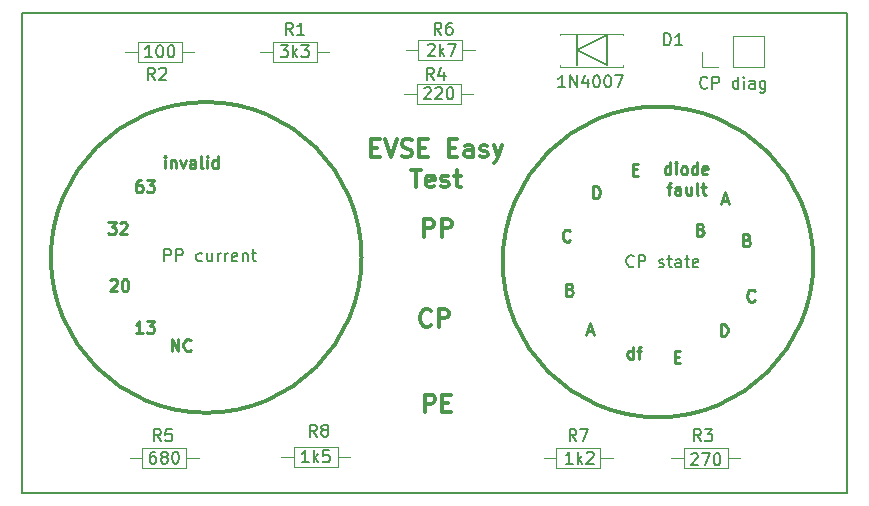
<source format=gbr>
G04 #@! TF.GenerationSoftware,KiCad,Pcbnew,5.0.1-33cea8e~68~ubuntu16.04.1*
G04 #@! TF.CreationDate,2018-12-21T13:37:05+01:00*
G04 #@! TF.ProjectId,EVSE-Easy-Test,455653452D456173792D546573742E6B,rev?*
G04 #@! TF.SameCoordinates,Original*
G04 #@! TF.FileFunction,Legend,Top*
G04 #@! TF.FilePolarity,Positive*
%FSLAX46Y46*%
G04 Gerber Fmt 4.6, Leading zero omitted, Abs format (unit mm)*
G04 Created by KiCad (PCBNEW 5.0.1-33cea8e~68~ubuntu16.04.1) date Fr 21 Dez 2018 13:37:05 CET*
%MOMM*%
%LPD*%
G01*
G04 APERTURE LIST*
%ADD10C,0.250000*%
%ADD11C,0.300000*%
%ADD12C,0.200000*%
%ADD13C,0.120000*%
%ADD14C,0.150000*%
G04 APERTURE END LIST*
D10*
X87066428Y-64063571D02*
X87209285Y-64111190D01*
X87256904Y-64158809D01*
X87304523Y-64254047D01*
X87304523Y-64396904D01*
X87256904Y-64492142D01*
X87209285Y-64539761D01*
X87114047Y-64587380D01*
X86733095Y-64587380D01*
X86733095Y-63587380D01*
X87066428Y-63587380D01*
X87161666Y-63635000D01*
X87209285Y-63682619D01*
X87256904Y-63777857D01*
X87256904Y-63873095D01*
X87209285Y-63968333D01*
X87161666Y-64015952D01*
X87066428Y-64063571D01*
X86733095Y-64063571D01*
X95543857Y-54314380D02*
X95543857Y-53314380D01*
X95543857Y-54266761D02*
X95448619Y-54314380D01*
X95258142Y-54314380D01*
X95162904Y-54266761D01*
X95115285Y-54219142D01*
X95067666Y-54123904D01*
X95067666Y-53838190D01*
X95115285Y-53742952D01*
X95162904Y-53695333D01*
X95258142Y-53647714D01*
X95448619Y-53647714D01*
X95543857Y-53695333D01*
X96020047Y-54314380D02*
X96020047Y-53647714D01*
X96020047Y-53314380D02*
X95972428Y-53362000D01*
X96020047Y-53409619D01*
X96067666Y-53362000D01*
X96020047Y-53314380D01*
X96020047Y-53409619D01*
X96639095Y-54314380D02*
X96543857Y-54266761D01*
X96496238Y-54219142D01*
X96448619Y-54123904D01*
X96448619Y-53838190D01*
X96496238Y-53742952D01*
X96543857Y-53695333D01*
X96639095Y-53647714D01*
X96781952Y-53647714D01*
X96877190Y-53695333D01*
X96924809Y-53742952D01*
X96972428Y-53838190D01*
X96972428Y-54123904D01*
X96924809Y-54219142D01*
X96877190Y-54266761D01*
X96781952Y-54314380D01*
X96639095Y-54314380D01*
X97829571Y-54314380D02*
X97829571Y-53314380D01*
X97829571Y-54266761D02*
X97734333Y-54314380D01*
X97543857Y-54314380D01*
X97448619Y-54266761D01*
X97401000Y-54219142D01*
X97353380Y-54123904D01*
X97353380Y-53838190D01*
X97401000Y-53742952D01*
X97448619Y-53695333D01*
X97543857Y-53647714D01*
X97734333Y-53647714D01*
X97829571Y-53695333D01*
X98686714Y-54266761D02*
X98591476Y-54314380D01*
X98401000Y-54314380D01*
X98305761Y-54266761D01*
X98258142Y-54171523D01*
X98258142Y-53790571D01*
X98305761Y-53695333D01*
X98401000Y-53647714D01*
X98591476Y-53647714D01*
X98686714Y-53695333D01*
X98734333Y-53790571D01*
X98734333Y-53885809D01*
X98258142Y-53981047D01*
X95258142Y-55397714D02*
X95639095Y-55397714D01*
X95401000Y-56064380D02*
X95401000Y-55207238D01*
X95448619Y-55112000D01*
X95543857Y-55064380D01*
X95639095Y-55064380D01*
X96401000Y-56064380D02*
X96401000Y-55540571D01*
X96353380Y-55445333D01*
X96258142Y-55397714D01*
X96067666Y-55397714D01*
X95972428Y-55445333D01*
X96401000Y-56016761D02*
X96305761Y-56064380D01*
X96067666Y-56064380D01*
X95972428Y-56016761D01*
X95924809Y-55921523D01*
X95924809Y-55826285D01*
X95972428Y-55731047D01*
X96067666Y-55683428D01*
X96305761Y-55683428D01*
X96401000Y-55635809D01*
X97305761Y-55397714D02*
X97305761Y-56064380D01*
X96877190Y-55397714D02*
X96877190Y-55921523D01*
X96924809Y-56016761D01*
X97020047Y-56064380D01*
X97162904Y-56064380D01*
X97258142Y-56016761D01*
X97305761Y-55969142D01*
X97924809Y-56064380D02*
X97829571Y-56016761D01*
X97781952Y-55921523D01*
X97781952Y-55064380D01*
X98162904Y-55397714D02*
X98543857Y-55397714D01*
X98305761Y-55064380D02*
X98305761Y-55921523D01*
X98353380Y-56016761D01*
X98448619Y-56064380D01*
X98543857Y-56064380D01*
X95924714Y-69778571D02*
X96258047Y-69778571D01*
X96400904Y-70302380D02*
X95924714Y-70302380D01*
X95924714Y-69302380D01*
X96400904Y-69302380D01*
X99814095Y-68016380D02*
X99814095Y-67016380D01*
X100052190Y-67016380D01*
X100195047Y-67064000D01*
X100290285Y-67159238D01*
X100337904Y-67254476D01*
X100385523Y-67444952D01*
X100385523Y-67587809D01*
X100337904Y-67778285D01*
X100290285Y-67873523D01*
X100195047Y-67968761D01*
X100052190Y-68016380D01*
X99814095Y-68016380D01*
X102671523Y-65000142D02*
X102623904Y-65047761D01*
X102481047Y-65095380D01*
X102385809Y-65095380D01*
X102242952Y-65047761D01*
X102147714Y-64952523D01*
X102100095Y-64857285D01*
X102052476Y-64666809D01*
X102052476Y-64523952D01*
X102100095Y-64333476D01*
X102147714Y-64238238D01*
X102242952Y-64143000D01*
X102385809Y-64095380D01*
X102481047Y-64095380D01*
X102623904Y-64143000D01*
X102671523Y-64190619D01*
X98115428Y-58983571D02*
X98258285Y-59031190D01*
X98305904Y-59078809D01*
X98353523Y-59174047D01*
X98353523Y-59316904D01*
X98305904Y-59412142D01*
X98258285Y-59459761D01*
X98163047Y-59507380D01*
X97782095Y-59507380D01*
X97782095Y-58507380D01*
X98115428Y-58507380D01*
X98210666Y-58555000D01*
X98258285Y-58602619D01*
X98305904Y-58697857D01*
X98305904Y-58793095D01*
X98258285Y-58888333D01*
X98210666Y-58935952D01*
X98115428Y-58983571D01*
X97782095Y-58983571D01*
X99964904Y-56554666D02*
X100441095Y-56554666D01*
X99869666Y-56840380D02*
X100203000Y-55840380D01*
X100536333Y-56840380D01*
X92384571Y-69921380D02*
X92384571Y-68921380D01*
X92384571Y-69873761D02*
X92289333Y-69921380D01*
X92098857Y-69921380D01*
X92003619Y-69873761D01*
X91956000Y-69826142D01*
X91908380Y-69730904D01*
X91908380Y-69445190D01*
X91956000Y-69349952D01*
X92003619Y-69302333D01*
X92098857Y-69254714D01*
X92289333Y-69254714D01*
X92384571Y-69302333D01*
X92717904Y-69254714D02*
X93098857Y-69254714D01*
X92860761Y-69921380D02*
X92860761Y-69064238D01*
X92908380Y-68969000D01*
X93003619Y-68921380D01*
X93098857Y-68921380D01*
X92368714Y-53903571D02*
X92702047Y-53903571D01*
X92844904Y-54427380D02*
X92368714Y-54427380D01*
X92368714Y-53427380D01*
X92844904Y-53427380D01*
X89019095Y-56332380D02*
X89019095Y-55332380D01*
X89257190Y-55332380D01*
X89400047Y-55380000D01*
X89495285Y-55475238D01*
X89542904Y-55570476D01*
X89590523Y-55760952D01*
X89590523Y-55903809D01*
X89542904Y-56094285D01*
X89495285Y-56189523D01*
X89400047Y-56284761D01*
X89257190Y-56332380D01*
X89019095Y-56332380D01*
X87050523Y-59920142D02*
X87002904Y-59967761D01*
X86860047Y-60015380D01*
X86764809Y-60015380D01*
X86621952Y-59967761D01*
X86526714Y-59872523D01*
X86479095Y-59777285D01*
X86431476Y-59586809D01*
X86431476Y-59443952D01*
X86479095Y-59253476D01*
X86526714Y-59158238D01*
X86621952Y-59063000D01*
X86764809Y-59015380D01*
X86860047Y-59015380D01*
X87002904Y-59063000D01*
X87050523Y-59110619D01*
X102052428Y-59872571D02*
X102195285Y-59920190D01*
X102242904Y-59967809D01*
X102290523Y-60063047D01*
X102290523Y-60205904D01*
X102242904Y-60301142D01*
X102195285Y-60348761D01*
X102100047Y-60396380D01*
X101719095Y-60396380D01*
X101719095Y-59396380D01*
X102052428Y-59396380D01*
X102147666Y-59444000D01*
X102195285Y-59491619D01*
X102242904Y-59586857D01*
X102242904Y-59682095D01*
X102195285Y-59777333D01*
X102147666Y-59824952D01*
X102052428Y-59872571D01*
X101719095Y-59872571D01*
X88534904Y-67603666D02*
X89011095Y-67603666D01*
X88439666Y-67889380D02*
X88773000Y-66889380D01*
X89106333Y-67889380D01*
X52752904Y-53792380D02*
X52752904Y-53125714D01*
X52752904Y-52792380D02*
X52705285Y-52840000D01*
X52752904Y-52887619D01*
X52800523Y-52840000D01*
X52752904Y-52792380D01*
X52752904Y-52887619D01*
X53229095Y-53125714D02*
X53229095Y-53792380D01*
X53229095Y-53220952D02*
X53276714Y-53173333D01*
X53371952Y-53125714D01*
X53514809Y-53125714D01*
X53610047Y-53173333D01*
X53657666Y-53268571D01*
X53657666Y-53792380D01*
X54038619Y-53125714D02*
X54276714Y-53792380D01*
X54514809Y-53125714D01*
X55324333Y-53792380D02*
X55324333Y-53268571D01*
X55276714Y-53173333D01*
X55181476Y-53125714D01*
X54991000Y-53125714D01*
X54895761Y-53173333D01*
X55324333Y-53744761D02*
X55229095Y-53792380D01*
X54991000Y-53792380D01*
X54895761Y-53744761D01*
X54848142Y-53649523D01*
X54848142Y-53554285D01*
X54895761Y-53459047D01*
X54991000Y-53411428D01*
X55229095Y-53411428D01*
X55324333Y-53363809D01*
X55943380Y-53792380D02*
X55848142Y-53744761D01*
X55800523Y-53649523D01*
X55800523Y-52792380D01*
X56324333Y-53792380D02*
X56324333Y-53125714D01*
X56324333Y-52792380D02*
X56276714Y-52840000D01*
X56324333Y-52887619D01*
X56371952Y-52840000D01*
X56324333Y-52792380D01*
X56324333Y-52887619D01*
X57229095Y-53792380D02*
X57229095Y-52792380D01*
X57229095Y-53744761D02*
X57133857Y-53792380D01*
X56943380Y-53792380D01*
X56848142Y-53744761D01*
X56800523Y-53697142D01*
X56752904Y-53601904D01*
X56752904Y-53316190D01*
X56800523Y-53220952D01*
X56848142Y-53173333D01*
X56943380Y-53125714D01*
X57133857Y-53125714D01*
X57229095Y-53173333D01*
X50768285Y-54824380D02*
X50577809Y-54824380D01*
X50482571Y-54872000D01*
X50434952Y-54919619D01*
X50339714Y-55062476D01*
X50292095Y-55252952D01*
X50292095Y-55633904D01*
X50339714Y-55729142D01*
X50387333Y-55776761D01*
X50482571Y-55824380D01*
X50673047Y-55824380D01*
X50768285Y-55776761D01*
X50815904Y-55729142D01*
X50863523Y-55633904D01*
X50863523Y-55395809D01*
X50815904Y-55300571D01*
X50768285Y-55252952D01*
X50673047Y-55205333D01*
X50482571Y-55205333D01*
X50387333Y-55252952D01*
X50339714Y-55300571D01*
X50292095Y-55395809D01*
X51196857Y-54824380D02*
X51815904Y-54824380D01*
X51482571Y-55205333D01*
X51625428Y-55205333D01*
X51720666Y-55252952D01*
X51768285Y-55300571D01*
X51815904Y-55395809D01*
X51815904Y-55633904D01*
X51768285Y-55729142D01*
X51720666Y-55776761D01*
X51625428Y-55824380D01*
X51339714Y-55824380D01*
X51244476Y-55776761D01*
X51196857Y-55729142D01*
X47958476Y-58380380D02*
X48577523Y-58380380D01*
X48244190Y-58761333D01*
X48387047Y-58761333D01*
X48482285Y-58808952D01*
X48529904Y-58856571D01*
X48577523Y-58951809D01*
X48577523Y-59189904D01*
X48529904Y-59285142D01*
X48482285Y-59332761D01*
X48387047Y-59380380D01*
X48101333Y-59380380D01*
X48006095Y-59332761D01*
X47958476Y-59285142D01*
X48958476Y-58475619D02*
X49006095Y-58428000D01*
X49101333Y-58380380D01*
X49339428Y-58380380D01*
X49434666Y-58428000D01*
X49482285Y-58475619D01*
X49529904Y-58570857D01*
X49529904Y-58666095D01*
X49482285Y-58808952D01*
X48910857Y-59380380D01*
X49529904Y-59380380D01*
X48133095Y-63301619D02*
X48180714Y-63254000D01*
X48275952Y-63206380D01*
X48514047Y-63206380D01*
X48609285Y-63254000D01*
X48656904Y-63301619D01*
X48704523Y-63396857D01*
X48704523Y-63492095D01*
X48656904Y-63634952D01*
X48085476Y-64206380D01*
X48704523Y-64206380D01*
X49323571Y-63206380D02*
X49418809Y-63206380D01*
X49514047Y-63254000D01*
X49561666Y-63301619D01*
X49609285Y-63396857D01*
X49656904Y-63587333D01*
X49656904Y-63825428D01*
X49609285Y-64015904D01*
X49561666Y-64111142D01*
X49514047Y-64158761D01*
X49418809Y-64206380D01*
X49323571Y-64206380D01*
X49228333Y-64158761D01*
X49180714Y-64111142D01*
X49133095Y-64015904D01*
X49085476Y-63825428D01*
X49085476Y-63587333D01*
X49133095Y-63396857D01*
X49180714Y-63301619D01*
X49228333Y-63254000D01*
X49323571Y-63206380D01*
X50863523Y-67762380D02*
X50292095Y-67762380D01*
X50577809Y-67762380D02*
X50577809Y-66762380D01*
X50482571Y-66905238D01*
X50387333Y-67000476D01*
X50292095Y-67048095D01*
X51196857Y-66762380D02*
X51815904Y-66762380D01*
X51482571Y-67143333D01*
X51625428Y-67143333D01*
X51720666Y-67190952D01*
X51768285Y-67238571D01*
X51815904Y-67333809D01*
X51815904Y-67571904D01*
X51768285Y-67667142D01*
X51720666Y-67714761D01*
X51625428Y-67762380D01*
X51339714Y-67762380D01*
X51244476Y-67714761D01*
X51196857Y-67667142D01*
X53316285Y-69286380D02*
X53316285Y-68286380D01*
X53887714Y-69286380D01*
X53887714Y-68286380D01*
X54935333Y-69191142D02*
X54887714Y-69238761D01*
X54744857Y-69286380D01*
X54649619Y-69286380D01*
X54506761Y-69238761D01*
X54411523Y-69143523D01*
X54363904Y-69048285D01*
X54316285Y-68857809D01*
X54316285Y-68714952D01*
X54363904Y-68524476D01*
X54411523Y-68429238D01*
X54506761Y-68334000D01*
X54649619Y-68286380D01*
X54744857Y-68286380D01*
X54887714Y-68334000D01*
X54935333Y-68381619D01*
D11*
X74747571Y-74465571D02*
X74747571Y-72965571D01*
X75319000Y-72965571D01*
X75461857Y-73037000D01*
X75533285Y-73108428D01*
X75604714Y-73251285D01*
X75604714Y-73465571D01*
X75533285Y-73608428D01*
X75461857Y-73679857D01*
X75319000Y-73751285D01*
X74747571Y-73751285D01*
X76247571Y-73679857D02*
X76747571Y-73679857D01*
X76961857Y-74465571D02*
X76247571Y-74465571D01*
X76247571Y-72965571D01*
X76961857Y-72965571D01*
X75279285Y-67083714D02*
X75207857Y-67155142D01*
X74993571Y-67226571D01*
X74850714Y-67226571D01*
X74636428Y-67155142D01*
X74493571Y-67012285D01*
X74422142Y-66869428D01*
X74350714Y-66583714D01*
X74350714Y-66369428D01*
X74422142Y-66083714D01*
X74493571Y-65940857D01*
X74636428Y-65798000D01*
X74850714Y-65726571D01*
X74993571Y-65726571D01*
X75207857Y-65798000D01*
X75279285Y-65869428D01*
X75922142Y-67226571D02*
X75922142Y-65726571D01*
X76493571Y-65726571D01*
X76636428Y-65798000D01*
X76707857Y-65869428D01*
X76779285Y-66012285D01*
X76779285Y-66226571D01*
X76707857Y-66369428D01*
X76636428Y-66440857D01*
X76493571Y-66512285D01*
X75922142Y-66512285D01*
X74676142Y-59606571D02*
X74676142Y-58106571D01*
X75247571Y-58106571D01*
X75390428Y-58178000D01*
X75461857Y-58249428D01*
X75533285Y-58392285D01*
X75533285Y-58606571D01*
X75461857Y-58749428D01*
X75390428Y-58820857D01*
X75247571Y-58892285D01*
X74676142Y-58892285D01*
X76176142Y-59606571D02*
X76176142Y-58106571D01*
X76747571Y-58106571D01*
X76890428Y-58178000D01*
X76961857Y-58249428D01*
X77033285Y-58392285D01*
X77033285Y-58606571D01*
X76961857Y-58749428D01*
X76890428Y-58820857D01*
X76747571Y-58892285D01*
X76176142Y-58892285D01*
X70227714Y-52084857D02*
X70727714Y-52084857D01*
X70942000Y-52870571D02*
X70227714Y-52870571D01*
X70227714Y-51370571D01*
X70942000Y-51370571D01*
X71370571Y-51370571D02*
X71870571Y-52870571D01*
X72370571Y-51370571D01*
X72799142Y-52799142D02*
X73013428Y-52870571D01*
X73370571Y-52870571D01*
X73513428Y-52799142D01*
X73584857Y-52727714D01*
X73656285Y-52584857D01*
X73656285Y-52442000D01*
X73584857Y-52299142D01*
X73513428Y-52227714D01*
X73370571Y-52156285D01*
X73084857Y-52084857D01*
X72942000Y-52013428D01*
X72870571Y-51942000D01*
X72799142Y-51799142D01*
X72799142Y-51656285D01*
X72870571Y-51513428D01*
X72942000Y-51442000D01*
X73084857Y-51370571D01*
X73442000Y-51370571D01*
X73656285Y-51442000D01*
X74299142Y-52084857D02*
X74799142Y-52084857D01*
X75013428Y-52870571D02*
X74299142Y-52870571D01*
X74299142Y-51370571D01*
X75013428Y-51370571D01*
X76799142Y-52084857D02*
X77299142Y-52084857D01*
X77513428Y-52870571D02*
X76799142Y-52870571D01*
X76799142Y-51370571D01*
X77513428Y-51370571D01*
X78799142Y-52870571D02*
X78799142Y-52084857D01*
X78727714Y-51942000D01*
X78584857Y-51870571D01*
X78299142Y-51870571D01*
X78156285Y-51942000D01*
X78799142Y-52799142D02*
X78656285Y-52870571D01*
X78299142Y-52870571D01*
X78156285Y-52799142D01*
X78084857Y-52656285D01*
X78084857Y-52513428D01*
X78156285Y-52370571D01*
X78299142Y-52299142D01*
X78656285Y-52299142D01*
X78799142Y-52227714D01*
X79442000Y-52799142D02*
X79584857Y-52870571D01*
X79870571Y-52870571D01*
X80013428Y-52799142D01*
X80084857Y-52656285D01*
X80084857Y-52584857D01*
X80013428Y-52442000D01*
X79870571Y-52370571D01*
X79656285Y-52370571D01*
X79513428Y-52299142D01*
X79442000Y-52156285D01*
X79442000Y-52084857D01*
X79513428Y-51942000D01*
X79656285Y-51870571D01*
X79870571Y-51870571D01*
X80013428Y-51942000D01*
X80584857Y-51870571D02*
X80942000Y-52870571D01*
X81299142Y-51870571D02*
X80942000Y-52870571D01*
X80799142Y-53227714D01*
X80727714Y-53299142D01*
X80584857Y-53370571D01*
X73584857Y-53920571D02*
X74442000Y-53920571D01*
X74013428Y-55420571D02*
X74013428Y-53920571D01*
X75513428Y-55349142D02*
X75370571Y-55420571D01*
X75084857Y-55420571D01*
X74942000Y-55349142D01*
X74870571Y-55206285D01*
X74870571Y-54634857D01*
X74942000Y-54492000D01*
X75084857Y-54420571D01*
X75370571Y-54420571D01*
X75513428Y-54492000D01*
X75584857Y-54634857D01*
X75584857Y-54777714D01*
X74870571Y-54920571D01*
X76156285Y-55349142D02*
X76299142Y-55420571D01*
X76584857Y-55420571D01*
X76727714Y-55349142D01*
X76799142Y-55206285D01*
X76799142Y-55134857D01*
X76727714Y-54992000D01*
X76584857Y-54920571D01*
X76370571Y-54920571D01*
X76227714Y-54849142D01*
X76156285Y-54706285D01*
X76156285Y-54634857D01*
X76227714Y-54492000D01*
X76370571Y-54420571D01*
X76584857Y-54420571D01*
X76727714Y-54492000D01*
X77227714Y-54420571D02*
X77799142Y-54420571D01*
X77442000Y-53920571D02*
X77442000Y-55206285D01*
X77513428Y-55349142D01*
X77656285Y-55420571D01*
X77799142Y-55420571D01*
D12*
X40640000Y-40640000D02*
X110490000Y-40640000D01*
X110490000Y-40640000D02*
X110490000Y-81280000D01*
X40640000Y-40640000D02*
X40640000Y-81280000D01*
X40640000Y-81280000D02*
X110490000Y-81280000D01*
D11*
G04 #@! TO.C,SW1*
X69397000Y-61355000D02*
G75*
G03X69397000Y-61355000I-13150000J0D01*
G01*
G04 #@! TO.C,SW2*
X107652000Y-61736000D02*
G75*
G03X107652000Y-61736000I-13150000J0D01*
G01*
D13*
G04 #@! TO.C,D1*
X91560000Y-45095000D02*
X91560000Y-45225000D01*
X91560000Y-45225000D02*
X86240000Y-45225000D01*
X86240000Y-45225000D02*
X86240000Y-45095000D01*
X91560000Y-42535000D02*
X91560000Y-42405000D01*
X91560000Y-42405000D02*
X86240000Y-42405000D01*
X86240000Y-42405000D02*
X86240000Y-42535000D01*
D14*
X87630000Y-43815000D02*
X90170000Y-45085000D01*
X90170000Y-45085000D02*
X90170000Y-42545000D01*
X90170000Y-42545000D02*
X87630000Y-43815000D01*
X87630000Y-45085000D02*
X87630000Y-42545000D01*
D13*
G04 #@! TO.C,J2*
X103438000Y-45272000D02*
X103438000Y-42612000D01*
X100838000Y-45272000D02*
X103438000Y-45272000D01*
X100838000Y-42612000D02*
X103438000Y-42612000D01*
X100838000Y-45272000D02*
X100838000Y-42612000D01*
X99568000Y-45272000D02*
X98238000Y-45272000D01*
X98238000Y-45272000D02*
X98238000Y-43942000D01*
G04 #@! TO.C,R1*
X65614000Y-44802000D02*
X65614000Y-43082000D01*
X65614000Y-43082000D02*
X61894000Y-43082000D01*
X61894000Y-43082000D02*
X61894000Y-44802000D01*
X61894000Y-44802000D02*
X65614000Y-44802000D01*
X66684000Y-43942000D02*
X65614000Y-43942000D01*
X60824000Y-43942000D02*
X61894000Y-43942000D01*
G04 #@! TO.C,R2*
X54184000Y-44802000D02*
X54184000Y-43082000D01*
X54184000Y-43082000D02*
X50464000Y-43082000D01*
X50464000Y-43082000D02*
X50464000Y-44802000D01*
X50464000Y-44802000D02*
X54184000Y-44802000D01*
X55254000Y-43942000D02*
X54184000Y-43942000D01*
X49394000Y-43942000D02*
X50464000Y-43942000D01*
G04 #@! TO.C,R3*
X96692000Y-77499000D02*
X96692000Y-79219000D01*
X96692000Y-79219000D02*
X100412000Y-79219000D01*
X100412000Y-79219000D02*
X100412000Y-77499000D01*
X100412000Y-77499000D02*
X96692000Y-77499000D01*
X95622000Y-78359000D02*
X96692000Y-78359000D01*
X101482000Y-78359000D02*
X100412000Y-78359000D01*
G04 #@! TO.C,R4*
X73016000Y-47498000D02*
X74086000Y-47498000D01*
X78876000Y-47498000D02*
X77806000Y-47498000D01*
X74086000Y-48358000D02*
X77806000Y-48358000D01*
X74086000Y-46638000D02*
X74086000Y-48358000D01*
X77806000Y-46638000D02*
X74086000Y-46638000D01*
X77806000Y-48358000D02*
X77806000Y-46638000D01*
G04 #@! TO.C,R5*
X54565000Y-79219000D02*
X54565000Y-77499000D01*
X54565000Y-77499000D02*
X50845000Y-77499000D01*
X50845000Y-77499000D02*
X50845000Y-79219000D01*
X50845000Y-79219000D02*
X54565000Y-79219000D01*
X55635000Y-78359000D02*
X54565000Y-78359000D01*
X49775000Y-78359000D02*
X50845000Y-78359000D01*
G04 #@! TO.C,R6*
X79003000Y-43815000D02*
X77933000Y-43815000D01*
X73143000Y-43815000D02*
X74213000Y-43815000D01*
X77933000Y-42955000D02*
X74213000Y-42955000D01*
X77933000Y-44675000D02*
X77933000Y-42955000D01*
X74213000Y-44675000D02*
X77933000Y-44675000D01*
X74213000Y-42955000D02*
X74213000Y-44675000D01*
G04 #@! TO.C,R7*
X90687000Y-78359000D02*
X89617000Y-78359000D01*
X84827000Y-78359000D02*
X85897000Y-78359000D01*
X89617000Y-77499000D02*
X85897000Y-77499000D01*
X89617000Y-79219000D02*
X89617000Y-77499000D01*
X85897000Y-79219000D02*
X89617000Y-79219000D01*
X85897000Y-77499000D02*
X85897000Y-79219000D01*
G04 #@! TO.C,R8*
X62602000Y-78232000D02*
X63672000Y-78232000D01*
X68462000Y-78232000D02*
X67392000Y-78232000D01*
X63672000Y-79092000D02*
X67392000Y-79092000D01*
X63672000Y-77372000D02*
X63672000Y-79092000D01*
X67392000Y-77372000D02*
X63672000Y-77372000D01*
X67392000Y-79092000D02*
X67392000Y-77372000D01*
G04 #@! TO.C,SW1*
D12*
X52705476Y-61666380D02*
X52705476Y-60666380D01*
X53086428Y-60666380D01*
X53181666Y-60714000D01*
X53229285Y-60761619D01*
X53276904Y-60856857D01*
X53276904Y-60999714D01*
X53229285Y-61094952D01*
X53181666Y-61142571D01*
X53086428Y-61190190D01*
X52705476Y-61190190D01*
X53705476Y-61666380D02*
X53705476Y-60666380D01*
X54086428Y-60666380D01*
X54181666Y-60714000D01*
X54229285Y-60761619D01*
X54276904Y-60856857D01*
X54276904Y-60999714D01*
X54229285Y-61094952D01*
X54181666Y-61142571D01*
X54086428Y-61190190D01*
X53705476Y-61190190D01*
X55895952Y-61618761D02*
X55800714Y-61666380D01*
X55610238Y-61666380D01*
X55515000Y-61618761D01*
X55467380Y-61571142D01*
X55419761Y-61475904D01*
X55419761Y-61190190D01*
X55467380Y-61094952D01*
X55515000Y-61047333D01*
X55610238Y-60999714D01*
X55800714Y-60999714D01*
X55895952Y-61047333D01*
X56753095Y-60999714D02*
X56753095Y-61666380D01*
X56324523Y-60999714D02*
X56324523Y-61523523D01*
X56372142Y-61618761D01*
X56467380Y-61666380D01*
X56610238Y-61666380D01*
X56705476Y-61618761D01*
X56753095Y-61571142D01*
X57229285Y-61666380D02*
X57229285Y-60999714D01*
X57229285Y-61190190D02*
X57276904Y-61094952D01*
X57324523Y-61047333D01*
X57419761Y-60999714D01*
X57515000Y-60999714D01*
X57848333Y-61666380D02*
X57848333Y-60999714D01*
X57848333Y-61190190D02*
X57895952Y-61094952D01*
X57943571Y-61047333D01*
X58038809Y-60999714D01*
X58134047Y-60999714D01*
X58848333Y-61618761D02*
X58753095Y-61666380D01*
X58562619Y-61666380D01*
X58467380Y-61618761D01*
X58419761Y-61523523D01*
X58419761Y-61142571D01*
X58467380Y-61047333D01*
X58562619Y-60999714D01*
X58753095Y-60999714D01*
X58848333Y-61047333D01*
X58895952Y-61142571D01*
X58895952Y-61237809D01*
X58419761Y-61333047D01*
X59324523Y-60999714D02*
X59324523Y-61666380D01*
X59324523Y-61094952D02*
X59372142Y-61047333D01*
X59467380Y-60999714D01*
X59610238Y-60999714D01*
X59705476Y-61047333D01*
X59753095Y-61142571D01*
X59753095Y-61666380D01*
X60086428Y-60999714D02*
X60467380Y-60999714D01*
X60229285Y-60666380D02*
X60229285Y-61523523D01*
X60276904Y-61618761D01*
X60372142Y-61666380D01*
X60467380Y-61666380D01*
G04 #@! TO.C,SW2*
X92440428Y-62079142D02*
X92392809Y-62126761D01*
X92249952Y-62174380D01*
X92154714Y-62174380D01*
X92011857Y-62126761D01*
X91916619Y-62031523D01*
X91869000Y-61936285D01*
X91821380Y-61745809D01*
X91821380Y-61602952D01*
X91869000Y-61412476D01*
X91916619Y-61317238D01*
X92011857Y-61222000D01*
X92154714Y-61174380D01*
X92249952Y-61174380D01*
X92392809Y-61222000D01*
X92440428Y-61269619D01*
X92869000Y-62174380D02*
X92869000Y-61174380D01*
X93249952Y-61174380D01*
X93345190Y-61222000D01*
X93392809Y-61269619D01*
X93440428Y-61364857D01*
X93440428Y-61507714D01*
X93392809Y-61602952D01*
X93345190Y-61650571D01*
X93249952Y-61698190D01*
X92869000Y-61698190D01*
X94583285Y-62126761D02*
X94678523Y-62174380D01*
X94869000Y-62174380D01*
X94964238Y-62126761D01*
X95011857Y-62031523D01*
X95011857Y-61983904D01*
X94964238Y-61888666D01*
X94869000Y-61841047D01*
X94726142Y-61841047D01*
X94630904Y-61793428D01*
X94583285Y-61698190D01*
X94583285Y-61650571D01*
X94630904Y-61555333D01*
X94726142Y-61507714D01*
X94869000Y-61507714D01*
X94964238Y-61555333D01*
X95297571Y-61507714D02*
X95678523Y-61507714D01*
X95440428Y-61174380D02*
X95440428Y-62031523D01*
X95488047Y-62126761D01*
X95583285Y-62174380D01*
X95678523Y-62174380D01*
X96440428Y-62174380D02*
X96440428Y-61650571D01*
X96392809Y-61555333D01*
X96297571Y-61507714D01*
X96107095Y-61507714D01*
X96011857Y-61555333D01*
X96440428Y-62126761D02*
X96345190Y-62174380D01*
X96107095Y-62174380D01*
X96011857Y-62126761D01*
X95964238Y-62031523D01*
X95964238Y-61936285D01*
X96011857Y-61841047D01*
X96107095Y-61793428D01*
X96345190Y-61793428D01*
X96440428Y-61745809D01*
X96773761Y-61507714D02*
X97154714Y-61507714D01*
X96916619Y-61174380D02*
X96916619Y-62031523D01*
X96964238Y-62126761D01*
X97059476Y-62174380D01*
X97154714Y-62174380D01*
X97869000Y-62126761D02*
X97773761Y-62174380D01*
X97583285Y-62174380D01*
X97488047Y-62126761D01*
X97440428Y-62031523D01*
X97440428Y-61650571D01*
X97488047Y-61555333D01*
X97583285Y-61507714D01*
X97773761Y-61507714D01*
X97869000Y-61555333D01*
X97916619Y-61650571D01*
X97916619Y-61745809D01*
X97440428Y-61841047D01*
G04 #@! TO.C,D1*
D14*
X95019904Y-43378380D02*
X95019904Y-42378380D01*
X95258000Y-42378380D01*
X95400857Y-42426000D01*
X95496095Y-42521238D01*
X95543714Y-42616476D01*
X95591333Y-42806952D01*
X95591333Y-42949809D01*
X95543714Y-43140285D01*
X95496095Y-43235523D01*
X95400857Y-43330761D01*
X95258000Y-43378380D01*
X95019904Y-43378380D01*
X96543714Y-43378380D02*
X95972285Y-43378380D01*
X96258000Y-43378380D02*
X96258000Y-42378380D01*
X96162761Y-42521238D01*
X96067523Y-42616476D01*
X95972285Y-42664095D01*
X86630142Y-46934380D02*
X86058714Y-46934380D01*
X86344428Y-46934380D02*
X86344428Y-45934380D01*
X86249190Y-46077238D01*
X86153952Y-46172476D01*
X86058714Y-46220095D01*
X87058714Y-46934380D02*
X87058714Y-45934380D01*
X87630142Y-46934380D01*
X87630142Y-45934380D01*
X88534904Y-46267714D02*
X88534904Y-46934380D01*
X88296809Y-45886761D02*
X88058714Y-46601047D01*
X88677761Y-46601047D01*
X89249190Y-45934380D02*
X89344428Y-45934380D01*
X89439666Y-45982000D01*
X89487285Y-46029619D01*
X89534904Y-46124857D01*
X89582523Y-46315333D01*
X89582523Y-46553428D01*
X89534904Y-46743904D01*
X89487285Y-46839142D01*
X89439666Y-46886761D01*
X89344428Y-46934380D01*
X89249190Y-46934380D01*
X89153952Y-46886761D01*
X89106333Y-46839142D01*
X89058714Y-46743904D01*
X89011095Y-46553428D01*
X89011095Y-46315333D01*
X89058714Y-46124857D01*
X89106333Y-46029619D01*
X89153952Y-45982000D01*
X89249190Y-45934380D01*
X90201571Y-45934380D02*
X90296809Y-45934380D01*
X90392047Y-45982000D01*
X90439666Y-46029619D01*
X90487285Y-46124857D01*
X90534904Y-46315333D01*
X90534904Y-46553428D01*
X90487285Y-46743904D01*
X90439666Y-46839142D01*
X90392047Y-46886761D01*
X90296809Y-46934380D01*
X90201571Y-46934380D01*
X90106333Y-46886761D01*
X90058714Y-46839142D01*
X90011095Y-46743904D01*
X89963476Y-46553428D01*
X89963476Y-46315333D01*
X90011095Y-46124857D01*
X90058714Y-46029619D01*
X90106333Y-45982000D01*
X90201571Y-45934380D01*
X90868238Y-45934380D02*
X91534904Y-45934380D01*
X91106333Y-46934380D01*
G04 #@! TO.C,J2*
X98671333Y-46966142D02*
X98623714Y-47013761D01*
X98480857Y-47061380D01*
X98385619Y-47061380D01*
X98242761Y-47013761D01*
X98147523Y-46918523D01*
X98099904Y-46823285D01*
X98052285Y-46632809D01*
X98052285Y-46489952D01*
X98099904Y-46299476D01*
X98147523Y-46204238D01*
X98242761Y-46109000D01*
X98385619Y-46061380D01*
X98480857Y-46061380D01*
X98623714Y-46109000D01*
X98671333Y-46156619D01*
X99099904Y-47061380D02*
X99099904Y-46061380D01*
X99480857Y-46061380D01*
X99576095Y-46109000D01*
X99623714Y-46156619D01*
X99671333Y-46251857D01*
X99671333Y-46394714D01*
X99623714Y-46489952D01*
X99576095Y-46537571D01*
X99480857Y-46585190D01*
X99099904Y-46585190D01*
X101290380Y-47061380D02*
X101290380Y-46061380D01*
X101290380Y-47013761D02*
X101195142Y-47061380D01*
X101004666Y-47061380D01*
X100909428Y-47013761D01*
X100861809Y-46966142D01*
X100814190Y-46870904D01*
X100814190Y-46585190D01*
X100861809Y-46489952D01*
X100909428Y-46442333D01*
X101004666Y-46394714D01*
X101195142Y-46394714D01*
X101290380Y-46442333D01*
X101766571Y-47061380D02*
X101766571Y-46394714D01*
X101766571Y-46061380D02*
X101718952Y-46109000D01*
X101766571Y-46156619D01*
X101814190Y-46109000D01*
X101766571Y-46061380D01*
X101766571Y-46156619D01*
X102671333Y-47061380D02*
X102671333Y-46537571D01*
X102623714Y-46442333D01*
X102528476Y-46394714D01*
X102338000Y-46394714D01*
X102242761Y-46442333D01*
X102671333Y-47013761D02*
X102576095Y-47061380D01*
X102338000Y-47061380D01*
X102242761Y-47013761D01*
X102195142Y-46918523D01*
X102195142Y-46823285D01*
X102242761Y-46728047D01*
X102338000Y-46680428D01*
X102576095Y-46680428D01*
X102671333Y-46632809D01*
X103576095Y-46394714D02*
X103576095Y-47204238D01*
X103528476Y-47299476D01*
X103480857Y-47347095D01*
X103385619Y-47394714D01*
X103242761Y-47394714D01*
X103147523Y-47347095D01*
X103576095Y-47013761D02*
X103480857Y-47061380D01*
X103290380Y-47061380D01*
X103195142Y-47013761D01*
X103147523Y-46966142D01*
X103099904Y-46870904D01*
X103099904Y-46585190D01*
X103147523Y-46489952D01*
X103195142Y-46442333D01*
X103290380Y-46394714D01*
X103480857Y-46394714D01*
X103576095Y-46442333D01*
G04 #@! TO.C,R1*
X63587333Y-42489380D02*
X63254000Y-42013190D01*
X63015904Y-42489380D02*
X63015904Y-41489380D01*
X63396857Y-41489380D01*
X63492095Y-41537000D01*
X63539714Y-41584619D01*
X63587333Y-41679857D01*
X63587333Y-41822714D01*
X63539714Y-41917952D01*
X63492095Y-41965571D01*
X63396857Y-42013190D01*
X63015904Y-42013190D01*
X64539714Y-42489380D02*
X63968285Y-42489380D01*
X64254000Y-42489380D02*
X64254000Y-41489380D01*
X64158761Y-41632238D01*
X64063523Y-41727476D01*
X63968285Y-41775095D01*
X62539714Y-43394380D02*
X63158761Y-43394380D01*
X62825428Y-43775333D01*
X62968285Y-43775333D01*
X63063523Y-43822952D01*
X63111142Y-43870571D01*
X63158761Y-43965809D01*
X63158761Y-44203904D01*
X63111142Y-44299142D01*
X63063523Y-44346761D01*
X62968285Y-44394380D01*
X62682571Y-44394380D01*
X62587333Y-44346761D01*
X62539714Y-44299142D01*
X63587333Y-44394380D02*
X63587333Y-43394380D01*
X63682571Y-44013428D02*
X63968285Y-44394380D01*
X63968285Y-43727714D02*
X63587333Y-44108666D01*
X64301619Y-43394380D02*
X64920666Y-43394380D01*
X64587333Y-43775333D01*
X64730190Y-43775333D01*
X64825428Y-43822952D01*
X64873047Y-43870571D01*
X64920666Y-43965809D01*
X64920666Y-44203904D01*
X64873047Y-44299142D01*
X64825428Y-44346761D01*
X64730190Y-44394380D01*
X64444476Y-44394380D01*
X64349238Y-44346761D01*
X64301619Y-44299142D01*
G04 #@! TO.C,R2*
X51903333Y-46299380D02*
X51570000Y-45823190D01*
X51331904Y-46299380D02*
X51331904Y-45299380D01*
X51712857Y-45299380D01*
X51808095Y-45347000D01*
X51855714Y-45394619D01*
X51903333Y-45489857D01*
X51903333Y-45632714D01*
X51855714Y-45727952D01*
X51808095Y-45775571D01*
X51712857Y-45823190D01*
X51331904Y-45823190D01*
X52284285Y-45394619D02*
X52331904Y-45347000D01*
X52427142Y-45299380D01*
X52665238Y-45299380D01*
X52760476Y-45347000D01*
X52808095Y-45394619D01*
X52855714Y-45489857D01*
X52855714Y-45585095D01*
X52808095Y-45727952D01*
X52236666Y-46299380D01*
X52855714Y-46299380D01*
X51657333Y-44394380D02*
X51085904Y-44394380D01*
X51371619Y-44394380D02*
X51371619Y-43394380D01*
X51276380Y-43537238D01*
X51181142Y-43632476D01*
X51085904Y-43680095D01*
X52276380Y-43394380D02*
X52371619Y-43394380D01*
X52466857Y-43442000D01*
X52514476Y-43489619D01*
X52562095Y-43584857D01*
X52609714Y-43775333D01*
X52609714Y-44013428D01*
X52562095Y-44203904D01*
X52514476Y-44299142D01*
X52466857Y-44346761D01*
X52371619Y-44394380D01*
X52276380Y-44394380D01*
X52181142Y-44346761D01*
X52133523Y-44299142D01*
X52085904Y-44203904D01*
X52038285Y-44013428D01*
X52038285Y-43775333D01*
X52085904Y-43584857D01*
X52133523Y-43489619D01*
X52181142Y-43442000D01*
X52276380Y-43394380D01*
X53228761Y-43394380D02*
X53324000Y-43394380D01*
X53419238Y-43442000D01*
X53466857Y-43489619D01*
X53514476Y-43584857D01*
X53562095Y-43775333D01*
X53562095Y-44013428D01*
X53514476Y-44203904D01*
X53466857Y-44299142D01*
X53419238Y-44346761D01*
X53324000Y-44394380D01*
X53228761Y-44394380D01*
X53133523Y-44346761D01*
X53085904Y-44299142D01*
X53038285Y-44203904D01*
X52990666Y-44013428D01*
X52990666Y-43775333D01*
X53038285Y-43584857D01*
X53085904Y-43489619D01*
X53133523Y-43442000D01*
X53228761Y-43394380D01*
G04 #@! TO.C,R3*
X98131333Y-76906380D02*
X97798000Y-76430190D01*
X97559904Y-76906380D02*
X97559904Y-75906380D01*
X97940857Y-75906380D01*
X98036095Y-75954000D01*
X98083714Y-76001619D01*
X98131333Y-76096857D01*
X98131333Y-76239714D01*
X98083714Y-76334952D01*
X98036095Y-76382571D01*
X97940857Y-76430190D01*
X97559904Y-76430190D01*
X98464666Y-75906380D02*
X99083714Y-75906380D01*
X98750380Y-76287333D01*
X98893238Y-76287333D01*
X98988476Y-76334952D01*
X99036095Y-76382571D01*
X99083714Y-76477809D01*
X99083714Y-76715904D01*
X99036095Y-76811142D01*
X98988476Y-76858761D01*
X98893238Y-76906380D01*
X98607523Y-76906380D01*
X98512285Y-76858761D01*
X98464666Y-76811142D01*
X97313904Y-78033619D02*
X97361523Y-77986000D01*
X97456761Y-77938380D01*
X97694857Y-77938380D01*
X97790095Y-77986000D01*
X97837714Y-78033619D01*
X97885333Y-78128857D01*
X97885333Y-78224095D01*
X97837714Y-78366952D01*
X97266285Y-78938380D01*
X97885333Y-78938380D01*
X98218666Y-77938380D02*
X98885333Y-77938380D01*
X98456761Y-78938380D01*
X99456761Y-77938380D02*
X99552000Y-77938380D01*
X99647238Y-77986000D01*
X99694857Y-78033619D01*
X99742476Y-78128857D01*
X99790095Y-78319333D01*
X99790095Y-78557428D01*
X99742476Y-78747904D01*
X99694857Y-78843142D01*
X99647238Y-78890761D01*
X99552000Y-78938380D01*
X99456761Y-78938380D01*
X99361523Y-78890761D01*
X99313904Y-78843142D01*
X99266285Y-78747904D01*
X99218666Y-78557428D01*
X99218666Y-78319333D01*
X99266285Y-78128857D01*
X99313904Y-78033619D01*
X99361523Y-77986000D01*
X99456761Y-77938380D01*
G04 #@! TO.C,R4*
X75525333Y-46299380D02*
X75192000Y-45823190D01*
X74953904Y-46299380D02*
X74953904Y-45299380D01*
X75334857Y-45299380D01*
X75430095Y-45347000D01*
X75477714Y-45394619D01*
X75525333Y-45489857D01*
X75525333Y-45632714D01*
X75477714Y-45727952D01*
X75430095Y-45775571D01*
X75334857Y-45823190D01*
X74953904Y-45823190D01*
X76382476Y-45632714D02*
X76382476Y-46299380D01*
X76144380Y-45251761D02*
X75906285Y-45966047D01*
X76525333Y-45966047D01*
X74707904Y-47045619D02*
X74755523Y-46998000D01*
X74850761Y-46950380D01*
X75088857Y-46950380D01*
X75184095Y-46998000D01*
X75231714Y-47045619D01*
X75279333Y-47140857D01*
X75279333Y-47236095D01*
X75231714Y-47378952D01*
X74660285Y-47950380D01*
X75279333Y-47950380D01*
X75660285Y-47045619D02*
X75707904Y-46998000D01*
X75803142Y-46950380D01*
X76041238Y-46950380D01*
X76136476Y-46998000D01*
X76184095Y-47045619D01*
X76231714Y-47140857D01*
X76231714Y-47236095D01*
X76184095Y-47378952D01*
X75612666Y-47950380D01*
X76231714Y-47950380D01*
X76850761Y-46950380D02*
X76946000Y-46950380D01*
X77041238Y-46998000D01*
X77088857Y-47045619D01*
X77136476Y-47140857D01*
X77184095Y-47331333D01*
X77184095Y-47569428D01*
X77136476Y-47759904D01*
X77088857Y-47855142D01*
X77041238Y-47902761D01*
X76946000Y-47950380D01*
X76850761Y-47950380D01*
X76755523Y-47902761D01*
X76707904Y-47855142D01*
X76660285Y-47759904D01*
X76612666Y-47569428D01*
X76612666Y-47331333D01*
X76660285Y-47140857D01*
X76707904Y-47045619D01*
X76755523Y-46998000D01*
X76850761Y-46950380D01*
G04 #@! TO.C,R5*
X52411333Y-76906380D02*
X52078000Y-76430190D01*
X51839904Y-76906380D02*
X51839904Y-75906380D01*
X52220857Y-75906380D01*
X52316095Y-75954000D01*
X52363714Y-76001619D01*
X52411333Y-76096857D01*
X52411333Y-76239714D01*
X52363714Y-76334952D01*
X52316095Y-76382571D01*
X52220857Y-76430190D01*
X51839904Y-76430190D01*
X53316095Y-75906380D02*
X52839904Y-75906380D01*
X52792285Y-76382571D01*
X52839904Y-76334952D01*
X52935142Y-76287333D01*
X53173238Y-76287333D01*
X53268476Y-76334952D01*
X53316095Y-76382571D01*
X53363714Y-76477809D01*
X53363714Y-76715904D01*
X53316095Y-76811142D01*
X53268476Y-76858761D01*
X53173238Y-76906380D01*
X52935142Y-76906380D01*
X52839904Y-76858761D01*
X52792285Y-76811142D01*
X51943095Y-77811380D02*
X51752619Y-77811380D01*
X51657380Y-77859000D01*
X51609761Y-77906619D01*
X51514523Y-78049476D01*
X51466904Y-78239952D01*
X51466904Y-78620904D01*
X51514523Y-78716142D01*
X51562142Y-78763761D01*
X51657380Y-78811380D01*
X51847857Y-78811380D01*
X51943095Y-78763761D01*
X51990714Y-78716142D01*
X52038333Y-78620904D01*
X52038333Y-78382809D01*
X51990714Y-78287571D01*
X51943095Y-78239952D01*
X51847857Y-78192333D01*
X51657380Y-78192333D01*
X51562142Y-78239952D01*
X51514523Y-78287571D01*
X51466904Y-78382809D01*
X52609761Y-78239952D02*
X52514523Y-78192333D01*
X52466904Y-78144714D01*
X52419285Y-78049476D01*
X52419285Y-78001857D01*
X52466904Y-77906619D01*
X52514523Y-77859000D01*
X52609761Y-77811380D01*
X52800238Y-77811380D01*
X52895476Y-77859000D01*
X52943095Y-77906619D01*
X52990714Y-78001857D01*
X52990714Y-78049476D01*
X52943095Y-78144714D01*
X52895476Y-78192333D01*
X52800238Y-78239952D01*
X52609761Y-78239952D01*
X52514523Y-78287571D01*
X52466904Y-78335190D01*
X52419285Y-78430428D01*
X52419285Y-78620904D01*
X52466904Y-78716142D01*
X52514523Y-78763761D01*
X52609761Y-78811380D01*
X52800238Y-78811380D01*
X52895476Y-78763761D01*
X52943095Y-78716142D01*
X52990714Y-78620904D01*
X52990714Y-78430428D01*
X52943095Y-78335190D01*
X52895476Y-78287571D01*
X52800238Y-78239952D01*
X53609761Y-77811380D02*
X53705000Y-77811380D01*
X53800238Y-77859000D01*
X53847857Y-77906619D01*
X53895476Y-78001857D01*
X53943095Y-78192333D01*
X53943095Y-78430428D01*
X53895476Y-78620904D01*
X53847857Y-78716142D01*
X53800238Y-78763761D01*
X53705000Y-78811380D01*
X53609761Y-78811380D01*
X53514523Y-78763761D01*
X53466904Y-78716142D01*
X53419285Y-78620904D01*
X53371666Y-78430428D01*
X53371666Y-78192333D01*
X53419285Y-78001857D01*
X53466904Y-77906619D01*
X53514523Y-77859000D01*
X53609761Y-77811380D01*
G04 #@! TO.C,R6*
X76160333Y-42489380D02*
X75827000Y-42013190D01*
X75588904Y-42489380D02*
X75588904Y-41489380D01*
X75969857Y-41489380D01*
X76065095Y-41537000D01*
X76112714Y-41584619D01*
X76160333Y-41679857D01*
X76160333Y-41822714D01*
X76112714Y-41917952D01*
X76065095Y-41965571D01*
X75969857Y-42013190D01*
X75588904Y-42013190D01*
X77017476Y-41489380D02*
X76827000Y-41489380D01*
X76731761Y-41537000D01*
X76684142Y-41584619D01*
X76588904Y-41727476D01*
X76541285Y-41917952D01*
X76541285Y-42298904D01*
X76588904Y-42394142D01*
X76636523Y-42441761D01*
X76731761Y-42489380D01*
X76922238Y-42489380D01*
X77017476Y-42441761D01*
X77065095Y-42394142D01*
X77112714Y-42298904D01*
X77112714Y-42060809D01*
X77065095Y-41965571D01*
X77017476Y-41917952D01*
X76922238Y-41870333D01*
X76731761Y-41870333D01*
X76636523Y-41917952D01*
X76588904Y-41965571D01*
X76541285Y-42060809D01*
X75033333Y-43362619D02*
X75080952Y-43315000D01*
X75176190Y-43267380D01*
X75414285Y-43267380D01*
X75509523Y-43315000D01*
X75557142Y-43362619D01*
X75604761Y-43457857D01*
X75604761Y-43553095D01*
X75557142Y-43695952D01*
X74985714Y-44267380D01*
X75604761Y-44267380D01*
X76033333Y-44267380D02*
X76033333Y-43267380D01*
X76128571Y-43886428D02*
X76414285Y-44267380D01*
X76414285Y-43600714D02*
X76033333Y-43981666D01*
X76747619Y-43267380D02*
X77414285Y-43267380D01*
X76985714Y-44267380D01*
G04 #@! TO.C,R7*
X87590333Y-76906380D02*
X87257000Y-76430190D01*
X87018904Y-76906380D02*
X87018904Y-75906380D01*
X87399857Y-75906380D01*
X87495095Y-75954000D01*
X87542714Y-76001619D01*
X87590333Y-76096857D01*
X87590333Y-76239714D01*
X87542714Y-76334952D01*
X87495095Y-76382571D01*
X87399857Y-76430190D01*
X87018904Y-76430190D01*
X87923666Y-75906380D02*
X88590333Y-75906380D01*
X88161761Y-76906380D01*
X87288761Y-78811380D02*
X86717333Y-78811380D01*
X87003047Y-78811380D02*
X87003047Y-77811380D01*
X86907809Y-77954238D01*
X86812571Y-78049476D01*
X86717333Y-78097095D01*
X87717333Y-78811380D02*
X87717333Y-77811380D01*
X87812571Y-78430428D02*
X88098285Y-78811380D01*
X88098285Y-78144714D02*
X87717333Y-78525666D01*
X88479238Y-77906619D02*
X88526857Y-77859000D01*
X88622095Y-77811380D01*
X88860190Y-77811380D01*
X88955428Y-77859000D01*
X89003047Y-77906619D01*
X89050666Y-78001857D01*
X89050666Y-78097095D01*
X89003047Y-78239952D01*
X88431619Y-78811380D01*
X89050666Y-78811380D01*
G04 #@! TO.C,R8*
X65619333Y-76525380D02*
X65286000Y-76049190D01*
X65047904Y-76525380D02*
X65047904Y-75525380D01*
X65428857Y-75525380D01*
X65524095Y-75573000D01*
X65571714Y-75620619D01*
X65619333Y-75715857D01*
X65619333Y-75858714D01*
X65571714Y-75953952D01*
X65524095Y-76001571D01*
X65428857Y-76049190D01*
X65047904Y-76049190D01*
X66190761Y-75953952D02*
X66095523Y-75906333D01*
X66047904Y-75858714D01*
X66000285Y-75763476D01*
X66000285Y-75715857D01*
X66047904Y-75620619D01*
X66095523Y-75573000D01*
X66190761Y-75525380D01*
X66381238Y-75525380D01*
X66476476Y-75573000D01*
X66524095Y-75620619D01*
X66571714Y-75715857D01*
X66571714Y-75763476D01*
X66524095Y-75858714D01*
X66476476Y-75906333D01*
X66381238Y-75953952D01*
X66190761Y-75953952D01*
X66095523Y-76001571D01*
X66047904Y-76049190D01*
X66000285Y-76144428D01*
X66000285Y-76334904D01*
X66047904Y-76430142D01*
X66095523Y-76477761D01*
X66190761Y-76525380D01*
X66381238Y-76525380D01*
X66476476Y-76477761D01*
X66524095Y-76430142D01*
X66571714Y-76334904D01*
X66571714Y-76144428D01*
X66524095Y-76049190D01*
X66476476Y-76001571D01*
X66381238Y-75953952D01*
X64936761Y-78684380D02*
X64365333Y-78684380D01*
X64651047Y-78684380D02*
X64651047Y-77684380D01*
X64555809Y-77827238D01*
X64460571Y-77922476D01*
X64365333Y-77970095D01*
X65365333Y-78684380D02*
X65365333Y-77684380D01*
X65460571Y-78303428D02*
X65746285Y-78684380D01*
X65746285Y-78017714D02*
X65365333Y-78398666D01*
X66651047Y-77684380D02*
X66174857Y-77684380D01*
X66127238Y-78160571D01*
X66174857Y-78112952D01*
X66270095Y-78065333D01*
X66508190Y-78065333D01*
X66603428Y-78112952D01*
X66651047Y-78160571D01*
X66698666Y-78255809D01*
X66698666Y-78493904D01*
X66651047Y-78589142D01*
X66603428Y-78636761D01*
X66508190Y-78684380D01*
X66270095Y-78684380D01*
X66174857Y-78636761D01*
X66127238Y-78589142D01*
G04 #@! TD*
M02*

</source>
